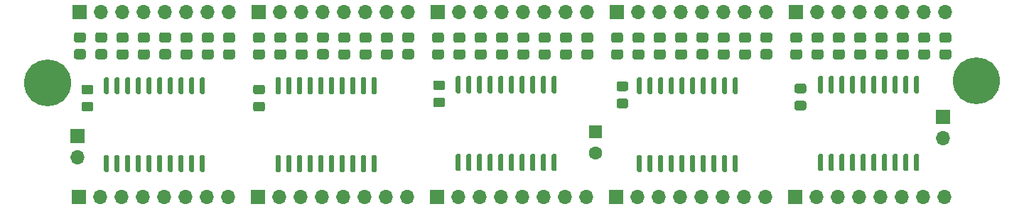
<source format=gts>
G04 #@! TF.GenerationSoftware,KiCad,Pcbnew,(5.1.8)-1*
G04 #@! TF.CreationDate,2021-04-28T16:49:30+01:00*
G04 #@! TF.ProjectId,Altair buffer,416c7461-6972-4206-9275-666665722e6b,rev?*
G04 #@! TF.SameCoordinates,Original*
G04 #@! TF.FileFunction,Soldermask,Top*
G04 #@! TF.FilePolarity,Negative*
%FSLAX46Y46*%
G04 Gerber Fmt 4.6, Leading zero omitted, Abs format (unit mm)*
G04 Created by KiCad (PCBNEW (5.1.8)-1) date 2021-04-28 16:49:30*
%MOMM*%
%LPD*%
G01*
G04 APERTURE LIST*
%ADD10O,1.700000X1.700000*%
%ADD11R,1.700000X1.700000*%
%ADD12C,5.600000*%
%ADD13C,1.600000*%
%ADD14R,1.600000X1.600000*%
G04 APERTURE END LIST*
D10*
X116586000Y-83185000D03*
X114046000Y-83185000D03*
X111506000Y-83185000D03*
X108966000Y-83185000D03*
X106426000Y-83185000D03*
X103886000Y-83185000D03*
X101346000Y-83185000D03*
D11*
X98806000Y-83185000D03*
D10*
X137922000Y-83185000D03*
X135382000Y-83185000D03*
X132842000Y-83185000D03*
X130302000Y-83185000D03*
X127762000Y-83185000D03*
X125222000Y-83185000D03*
X122682000Y-83185000D03*
D11*
X120142000Y-83185000D03*
D10*
X95250000Y-83185000D03*
X92710000Y-83185000D03*
X90170000Y-83185000D03*
X87630000Y-83185000D03*
X85090000Y-83185000D03*
X82550000Y-83185000D03*
X80010000Y-83185000D03*
D11*
X77470000Y-83185000D03*
D10*
X73914000Y-83185000D03*
X71374000Y-83185000D03*
X68834000Y-83185000D03*
X66294000Y-83185000D03*
X63754000Y-83185000D03*
X61214000Y-83185000D03*
X58674000Y-83185000D03*
D11*
X56134000Y-83185000D03*
D10*
X159258000Y-83185000D03*
X156718000Y-83185000D03*
X154178000Y-83185000D03*
X151638000Y-83185000D03*
X149098000Y-83185000D03*
X146558000Y-83185000D03*
X144018000Y-83185000D03*
D11*
X141478000Y-83185000D03*
D12*
X162941000Y-91440000D03*
X52324000Y-91694000D03*
D10*
X55880000Y-100584000D03*
D11*
X55880000Y-98044000D03*
D10*
X159004000Y-98298000D03*
D11*
X159004000Y-95758000D03*
G36*
G01*
X144549000Y-92895000D02*
X144249000Y-92895000D01*
G75*
G02*
X144099000Y-92745000I0J150000D01*
G01*
X144099000Y-90995000D01*
G75*
G02*
X144249000Y-90845000I150000J0D01*
G01*
X144549000Y-90845000D01*
G75*
G02*
X144699000Y-90995000I0J-150000D01*
G01*
X144699000Y-92745000D01*
G75*
G02*
X144549000Y-92895000I-150000J0D01*
G01*
G37*
G36*
G01*
X145819000Y-92895000D02*
X145519000Y-92895000D01*
G75*
G02*
X145369000Y-92745000I0J150000D01*
G01*
X145369000Y-90995000D01*
G75*
G02*
X145519000Y-90845000I150000J0D01*
G01*
X145819000Y-90845000D01*
G75*
G02*
X145969000Y-90995000I0J-150000D01*
G01*
X145969000Y-92745000D01*
G75*
G02*
X145819000Y-92895000I-150000J0D01*
G01*
G37*
G36*
G01*
X147089000Y-92895000D02*
X146789000Y-92895000D01*
G75*
G02*
X146639000Y-92745000I0J150000D01*
G01*
X146639000Y-90995000D01*
G75*
G02*
X146789000Y-90845000I150000J0D01*
G01*
X147089000Y-90845000D01*
G75*
G02*
X147239000Y-90995000I0J-150000D01*
G01*
X147239000Y-92745000D01*
G75*
G02*
X147089000Y-92895000I-150000J0D01*
G01*
G37*
G36*
G01*
X148359000Y-92895000D02*
X148059000Y-92895000D01*
G75*
G02*
X147909000Y-92745000I0J150000D01*
G01*
X147909000Y-90995000D01*
G75*
G02*
X148059000Y-90845000I150000J0D01*
G01*
X148359000Y-90845000D01*
G75*
G02*
X148509000Y-90995000I0J-150000D01*
G01*
X148509000Y-92745000D01*
G75*
G02*
X148359000Y-92895000I-150000J0D01*
G01*
G37*
G36*
G01*
X149629000Y-92895000D02*
X149329000Y-92895000D01*
G75*
G02*
X149179000Y-92745000I0J150000D01*
G01*
X149179000Y-90995000D01*
G75*
G02*
X149329000Y-90845000I150000J0D01*
G01*
X149629000Y-90845000D01*
G75*
G02*
X149779000Y-90995000I0J-150000D01*
G01*
X149779000Y-92745000D01*
G75*
G02*
X149629000Y-92895000I-150000J0D01*
G01*
G37*
G36*
G01*
X150899000Y-92895000D02*
X150599000Y-92895000D01*
G75*
G02*
X150449000Y-92745000I0J150000D01*
G01*
X150449000Y-90995000D01*
G75*
G02*
X150599000Y-90845000I150000J0D01*
G01*
X150899000Y-90845000D01*
G75*
G02*
X151049000Y-90995000I0J-150000D01*
G01*
X151049000Y-92745000D01*
G75*
G02*
X150899000Y-92895000I-150000J0D01*
G01*
G37*
G36*
G01*
X152169000Y-92895000D02*
X151869000Y-92895000D01*
G75*
G02*
X151719000Y-92745000I0J150000D01*
G01*
X151719000Y-90995000D01*
G75*
G02*
X151869000Y-90845000I150000J0D01*
G01*
X152169000Y-90845000D01*
G75*
G02*
X152319000Y-90995000I0J-150000D01*
G01*
X152319000Y-92745000D01*
G75*
G02*
X152169000Y-92895000I-150000J0D01*
G01*
G37*
G36*
G01*
X153439000Y-92895000D02*
X153139000Y-92895000D01*
G75*
G02*
X152989000Y-92745000I0J150000D01*
G01*
X152989000Y-90995000D01*
G75*
G02*
X153139000Y-90845000I150000J0D01*
G01*
X153439000Y-90845000D01*
G75*
G02*
X153589000Y-90995000I0J-150000D01*
G01*
X153589000Y-92745000D01*
G75*
G02*
X153439000Y-92895000I-150000J0D01*
G01*
G37*
G36*
G01*
X154709000Y-92895000D02*
X154409000Y-92895000D01*
G75*
G02*
X154259000Y-92745000I0J150000D01*
G01*
X154259000Y-90995000D01*
G75*
G02*
X154409000Y-90845000I150000J0D01*
G01*
X154709000Y-90845000D01*
G75*
G02*
X154859000Y-90995000I0J-150000D01*
G01*
X154859000Y-92745000D01*
G75*
G02*
X154709000Y-92895000I-150000J0D01*
G01*
G37*
G36*
G01*
X155979000Y-92895000D02*
X155679000Y-92895000D01*
G75*
G02*
X155529000Y-92745000I0J150000D01*
G01*
X155529000Y-90995000D01*
G75*
G02*
X155679000Y-90845000I150000J0D01*
G01*
X155979000Y-90845000D01*
G75*
G02*
X156129000Y-90995000I0J-150000D01*
G01*
X156129000Y-92745000D01*
G75*
G02*
X155979000Y-92895000I-150000J0D01*
G01*
G37*
G36*
G01*
X155979000Y-102195000D02*
X155679000Y-102195000D01*
G75*
G02*
X155529000Y-102045000I0J150000D01*
G01*
X155529000Y-100295000D01*
G75*
G02*
X155679000Y-100145000I150000J0D01*
G01*
X155979000Y-100145000D01*
G75*
G02*
X156129000Y-100295000I0J-150000D01*
G01*
X156129000Y-102045000D01*
G75*
G02*
X155979000Y-102195000I-150000J0D01*
G01*
G37*
G36*
G01*
X154709000Y-102195000D02*
X154409000Y-102195000D01*
G75*
G02*
X154259000Y-102045000I0J150000D01*
G01*
X154259000Y-100295000D01*
G75*
G02*
X154409000Y-100145000I150000J0D01*
G01*
X154709000Y-100145000D01*
G75*
G02*
X154859000Y-100295000I0J-150000D01*
G01*
X154859000Y-102045000D01*
G75*
G02*
X154709000Y-102195000I-150000J0D01*
G01*
G37*
G36*
G01*
X153439000Y-102195000D02*
X153139000Y-102195000D01*
G75*
G02*
X152989000Y-102045000I0J150000D01*
G01*
X152989000Y-100295000D01*
G75*
G02*
X153139000Y-100145000I150000J0D01*
G01*
X153439000Y-100145000D01*
G75*
G02*
X153589000Y-100295000I0J-150000D01*
G01*
X153589000Y-102045000D01*
G75*
G02*
X153439000Y-102195000I-150000J0D01*
G01*
G37*
G36*
G01*
X152169000Y-102195000D02*
X151869000Y-102195000D01*
G75*
G02*
X151719000Y-102045000I0J150000D01*
G01*
X151719000Y-100295000D01*
G75*
G02*
X151869000Y-100145000I150000J0D01*
G01*
X152169000Y-100145000D01*
G75*
G02*
X152319000Y-100295000I0J-150000D01*
G01*
X152319000Y-102045000D01*
G75*
G02*
X152169000Y-102195000I-150000J0D01*
G01*
G37*
G36*
G01*
X150899000Y-102195000D02*
X150599000Y-102195000D01*
G75*
G02*
X150449000Y-102045000I0J150000D01*
G01*
X150449000Y-100295000D01*
G75*
G02*
X150599000Y-100145000I150000J0D01*
G01*
X150899000Y-100145000D01*
G75*
G02*
X151049000Y-100295000I0J-150000D01*
G01*
X151049000Y-102045000D01*
G75*
G02*
X150899000Y-102195000I-150000J0D01*
G01*
G37*
G36*
G01*
X149629000Y-102195000D02*
X149329000Y-102195000D01*
G75*
G02*
X149179000Y-102045000I0J150000D01*
G01*
X149179000Y-100295000D01*
G75*
G02*
X149329000Y-100145000I150000J0D01*
G01*
X149629000Y-100145000D01*
G75*
G02*
X149779000Y-100295000I0J-150000D01*
G01*
X149779000Y-102045000D01*
G75*
G02*
X149629000Y-102195000I-150000J0D01*
G01*
G37*
G36*
G01*
X148359000Y-102195000D02*
X148059000Y-102195000D01*
G75*
G02*
X147909000Y-102045000I0J150000D01*
G01*
X147909000Y-100295000D01*
G75*
G02*
X148059000Y-100145000I150000J0D01*
G01*
X148359000Y-100145000D01*
G75*
G02*
X148509000Y-100295000I0J-150000D01*
G01*
X148509000Y-102045000D01*
G75*
G02*
X148359000Y-102195000I-150000J0D01*
G01*
G37*
G36*
G01*
X147089000Y-102195000D02*
X146789000Y-102195000D01*
G75*
G02*
X146639000Y-102045000I0J150000D01*
G01*
X146639000Y-100295000D01*
G75*
G02*
X146789000Y-100145000I150000J0D01*
G01*
X147089000Y-100145000D01*
G75*
G02*
X147239000Y-100295000I0J-150000D01*
G01*
X147239000Y-102045000D01*
G75*
G02*
X147089000Y-102195000I-150000J0D01*
G01*
G37*
G36*
G01*
X145819000Y-102195000D02*
X145519000Y-102195000D01*
G75*
G02*
X145369000Y-102045000I0J150000D01*
G01*
X145369000Y-100295000D01*
G75*
G02*
X145519000Y-100145000I150000J0D01*
G01*
X145819000Y-100145000D01*
G75*
G02*
X145969000Y-100295000I0J-150000D01*
G01*
X145969000Y-102045000D01*
G75*
G02*
X145819000Y-102195000I-150000J0D01*
G01*
G37*
G36*
G01*
X144549000Y-102195000D02*
X144249000Y-102195000D01*
G75*
G02*
X144099000Y-102045000I0J150000D01*
G01*
X144099000Y-100295000D01*
G75*
G02*
X144249000Y-100145000I150000J0D01*
G01*
X144549000Y-100145000D01*
G75*
G02*
X144699000Y-100295000I0J-150000D01*
G01*
X144699000Y-102045000D01*
G75*
G02*
X144549000Y-102195000I-150000J0D01*
G01*
G37*
G36*
G01*
X122959000Y-93022000D02*
X122659000Y-93022000D01*
G75*
G02*
X122509000Y-92872000I0J150000D01*
G01*
X122509000Y-91122000D01*
G75*
G02*
X122659000Y-90972000I150000J0D01*
G01*
X122959000Y-90972000D01*
G75*
G02*
X123109000Y-91122000I0J-150000D01*
G01*
X123109000Y-92872000D01*
G75*
G02*
X122959000Y-93022000I-150000J0D01*
G01*
G37*
G36*
G01*
X124229000Y-93022000D02*
X123929000Y-93022000D01*
G75*
G02*
X123779000Y-92872000I0J150000D01*
G01*
X123779000Y-91122000D01*
G75*
G02*
X123929000Y-90972000I150000J0D01*
G01*
X124229000Y-90972000D01*
G75*
G02*
X124379000Y-91122000I0J-150000D01*
G01*
X124379000Y-92872000D01*
G75*
G02*
X124229000Y-93022000I-150000J0D01*
G01*
G37*
G36*
G01*
X125499000Y-93022000D02*
X125199000Y-93022000D01*
G75*
G02*
X125049000Y-92872000I0J150000D01*
G01*
X125049000Y-91122000D01*
G75*
G02*
X125199000Y-90972000I150000J0D01*
G01*
X125499000Y-90972000D01*
G75*
G02*
X125649000Y-91122000I0J-150000D01*
G01*
X125649000Y-92872000D01*
G75*
G02*
X125499000Y-93022000I-150000J0D01*
G01*
G37*
G36*
G01*
X126769000Y-93022000D02*
X126469000Y-93022000D01*
G75*
G02*
X126319000Y-92872000I0J150000D01*
G01*
X126319000Y-91122000D01*
G75*
G02*
X126469000Y-90972000I150000J0D01*
G01*
X126769000Y-90972000D01*
G75*
G02*
X126919000Y-91122000I0J-150000D01*
G01*
X126919000Y-92872000D01*
G75*
G02*
X126769000Y-93022000I-150000J0D01*
G01*
G37*
G36*
G01*
X128039000Y-93022000D02*
X127739000Y-93022000D01*
G75*
G02*
X127589000Y-92872000I0J150000D01*
G01*
X127589000Y-91122000D01*
G75*
G02*
X127739000Y-90972000I150000J0D01*
G01*
X128039000Y-90972000D01*
G75*
G02*
X128189000Y-91122000I0J-150000D01*
G01*
X128189000Y-92872000D01*
G75*
G02*
X128039000Y-93022000I-150000J0D01*
G01*
G37*
G36*
G01*
X129309000Y-93022000D02*
X129009000Y-93022000D01*
G75*
G02*
X128859000Y-92872000I0J150000D01*
G01*
X128859000Y-91122000D01*
G75*
G02*
X129009000Y-90972000I150000J0D01*
G01*
X129309000Y-90972000D01*
G75*
G02*
X129459000Y-91122000I0J-150000D01*
G01*
X129459000Y-92872000D01*
G75*
G02*
X129309000Y-93022000I-150000J0D01*
G01*
G37*
G36*
G01*
X130579000Y-93022000D02*
X130279000Y-93022000D01*
G75*
G02*
X130129000Y-92872000I0J150000D01*
G01*
X130129000Y-91122000D01*
G75*
G02*
X130279000Y-90972000I150000J0D01*
G01*
X130579000Y-90972000D01*
G75*
G02*
X130729000Y-91122000I0J-150000D01*
G01*
X130729000Y-92872000D01*
G75*
G02*
X130579000Y-93022000I-150000J0D01*
G01*
G37*
G36*
G01*
X131849000Y-93022000D02*
X131549000Y-93022000D01*
G75*
G02*
X131399000Y-92872000I0J150000D01*
G01*
X131399000Y-91122000D01*
G75*
G02*
X131549000Y-90972000I150000J0D01*
G01*
X131849000Y-90972000D01*
G75*
G02*
X131999000Y-91122000I0J-150000D01*
G01*
X131999000Y-92872000D01*
G75*
G02*
X131849000Y-93022000I-150000J0D01*
G01*
G37*
G36*
G01*
X133119000Y-93022000D02*
X132819000Y-93022000D01*
G75*
G02*
X132669000Y-92872000I0J150000D01*
G01*
X132669000Y-91122000D01*
G75*
G02*
X132819000Y-90972000I150000J0D01*
G01*
X133119000Y-90972000D01*
G75*
G02*
X133269000Y-91122000I0J-150000D01*
G01*
X133269000Y-92872000D01*
G75*
G02*
X133119000Y-93022000I-150000J0D01*
G01*
G37*
G36*
G01*
X134389000Y-93022000D02*
X134089000Y-93022000D01*
G75*
G02*
X133939000Y-92872000I0J150000D01*
G01*
X133939000Y-91122000D01*
G75*
G02*
X134089000Y-90972000I150000J0D01*
G01*
X134389000Y-90972000D01*
G75*
G02*
X134539000Y-91122000I0J-150000D01*
G01*
X134539000Y-92872000D01*
G75*
G02*
X134389000Y-93022000I-150000J0D01*
G01*
G37*
G36*
G01*
X134389000Y-102322000D02*
X134089000Y-102322000D01*
G75*
G02*
X133939000Y-102172000I0J150000D01*
G01*
X133939000Y-100422000D01*
G75*
G02*
X134089000Y-100272000I150000J0D01*
G01*
X134389000Y-100272000D01*
G75*
G02*
X134539000Y-100422000I0J-150000D01*
G01*
X134539000Y-102172000D01*
G75*
G02*
X134389000Y-102322000I-150000J0D01*
G01*
G37*
G36*
G01*
X133119000Y-102322000D02*
X132819000Y-102322000D01*
G75*
G02*
X132669000Y-102172000I0J150000D01*
G01*
X132669000Y-100422000D01*
G75*
G02*
X132819000Y-100272000I150000J0D01*
G01*
X133119000Y-100272000D01*
G75*
G02*
X133269000Y-100422000I0J-150000D01*
G01*
X133269000Y-102172000D01*
G75*
G02*
X133119000Y-102322000I-150000J0D01*
G01*
G37*
G36*
G01*
X131849000Y-102322000D02*
X131549000Y-102322000D01*
G75*
G02*
X131399000Y-102172000I0J150000D01*
G01*
X131399000Y-100422000D01*
G75*
G02*
X131549000Y-100272000I150000J0D01*
G01*
X131849000Y-100272000D01*
G75*
G02*
X131999000Y-100422000I0J-150000D01*
G01*
X131999000Y-102172000D01*
G75*
G02*
X131849000Y-102322000I-150000J0D01*
G01*
G37*
G36*
G01*
X130579000Y-102322000D02*
X130279000Y-102322000D01*
G75*
G02*
X130129000Y-102172000I0J150000D01*
G01*
X130129000Y-100422000D01*
G75*
G02*
X130279000Y-100272000I150000J0D01*
G01*
X130579000Y-100272000D01*
G75*
G02*
X130729000Y-100422000I0J-150000D01*
G01*
X130729000Y-102172000D01*
G75*
G02*
X130579000Y-102322000I-150000J0D01*
G01*
G37*
G36*
G01*
X129309000Y-102322000D02*
X129009000Y-102322000D01*
G75*
G02*
X128859000Y-102172000I0J150000D01*
G01*
X128859000Y-100422000D01*
G75*
G02*
X129009000Y-100272000I150000J0D01*
G01*
X129309000Y-100272000D01*
G75*
G02*
X129459000Y-100422000I0J-150000D01*
G01*
X129459000Y-102172000D01*
G75*
G02*
X129309000Y-102322000I-150000J0D01*
G01*
G37*
G36*
G01*
X128039000Y-102322000D02*
X127739000Y-102322000D01*
G75*
G02*
X127589000Y-102172000I0J150000D01*
G01*
X127589000Y-100422000D01*
G75*
G02*
X127739000Y-100272000I150000J0D01*
G01*
X128039000Y-100272000D01*
G75*
G02*
X128189000Y-100422000I0J-150000D01*
G01*
X128189000Y-102172000D01*
G75*
G02*
X128039000Y-102322000I-150000J0D01*
G01*
G37*
G36*
G01*
X126769000Y-102322000D02*
X126469000Y-102322000D01*
G75*
G02*
X126319000Y-102172000I0J150000D01*
G01*
X126319000Y-100422000D01*
G75*
G02*
X126469000Y-100272000I150000J0D01*
G01*
X126769000Y-100272000D01*
G75*
G02*
X126919000Y-100422000I0J-150000D01*
G01*
X126919000Y-102172000D01*
G75*
G02*
X126769000Y-102322000I-150000J0D01*
G01*
G37*
G36*
G01*
X125499000Y-102322000D02*
X125199000Y-102322000D01*
G75*
G02*
X125049000Y-102172000I0J150000D01*
G01*
X125049000Y-100422000D01*
G75*
G02*
X125199000Y-100272000I150000J0D01*
G01*
X125499000Y-100272000D01*
G75*
G02*
X125649000Y-100422000I0J-150000D01*
G01*
X125649000Y-102172000D01*
G75*
G02*
X125499000Y-102322000I-150000J0D01*
G01*
G37*
G36*
G01*
X124229000Y-102322000D02*
X123929000Y-102322000D01*
G75*
G02*
X123779000Y-102172000I0J150000D01*
G01*
X123779000Y-100422000D01*
G75*
G02*
X123929000Y-100272000I150000J0D01*
G01*
X124229000Y-100272000D01*
G75*
G02*
X124379000Y-100422000I0J-150000D01*
G01*
X124379000Y-102172000D01*
G75*
G02*
X124229000Y-102322000I-150000J0D01*
G01*
G37*
G36*
G01*
X122959000Y-102322000D02*
X122659000Y-102322000D01*
G75*
G02*
X122509000Y-102172000I0J150000D01*
G01*
X122509000Y-100422000D01*
G75*
G02*
X122659000Y-100272000I150000J0D01*
G01*
X122959000Y-100272000D01*
G75*
G02*
X123109000Y-100422000I0J-150000D01*
G01*
X123109000Y-102172000D01*
G75*
G02*
X122959000Y-102322000I-150000J0D01*
G01*
G37*
G36*
G01*
X79906000Y-93022000D02*
X79606000Y-93022000D01*
G75*
G02*
X79456000Y-92872000I0J150000D01*
G01*
X79456000Y-91122000D01*
G75*
G02*
X79606000Y-90972000I150000J0D01*
G01*
X79906000Y-90972000D01*
G75*
G02*
X80056000Y-91122000I0J-150000D01*
G01*
X80056000Y-92872000D01*
G75*
G02*
X79906000Y-93022000I-150000J0D01*
G01*
G37*
G36*
G01*
X81176000Y-93022000D02*
X80876000Y-93022000D01*
G75*
G02*
X80726000Y-92872000I0J150000D01*
G01*
X80726000Y-91122000D01*
G75*
G02*
X80876000Y-90972000I150000J0D01*
G01*
X81176000Y-90972000D01*
G75*
G02*
X81326000Y-91122000I0J-150000D01*
G01*
X81326000Y-92872000D01*
G75*
G02*
X81176000Y-93022000I-150000J0D01*
G01*
G37*
G36*
G01*
X82446000Y-93022000D02*
X82146000Y-93022000D01*
G75*
G02*
X81996000Y-92872000I0J150000D01*
G01*
X81996000Y-91122000D01*
G75*
G02*
X82146000Y-90972000I150000J0D01*
G01*
X82446000Y-90972000D01*
G75*
G02*
X82596000Y-91122000I0J-150000D01*
G01*
X82596000Y-92872000D01*
G75*
G02*
X82446000Y-93022000I-150000J0D01*
G01*
G37*
G36*
G01*
X83716000Y-93022000D02*
X83416000Y-93022000D01*
G75*
G02*
X83266000Y-92872000I0J150000D01*
G01*
X83266000Y-91122000D01*
G75*
G02*
X83416000Y-90972000I150000J0D01*
G01*
X83716000Y-90972000D01*
G75*
G02*
X83866000Y-91122000I0J-150000D01*
G01*
X83866000Y-92872000D01*
G75*
G02*
X83716000Y-93022000I-150000J0D01*
G01*
G37*
G36*
G01*
X84986000Y-93022000D02*
X84686000Y-93022000D01*
G75*
G02*
X84536000Y-92872000I0J150000D01*
G01*
X84536000Y-91122000D01*
G75*
G02*
X84686000Y-90972000I150000J0D01*
G01*
X84986000Y-90972000D01*
G75*
G02*
X85136000Y-91122000I0J-150000D01*
G01*
X85136000Y-92872000D01*
G75*
G02*
X84986000Y-93022000I-150000J0D01*
G01*
G37*
G36*
G01*
X86256000Y-93022000D02*
X85956000Y-93022000D01*
G75*
G02*
X85806000Y-92872000I0J150000D01*
G01*
X85806000Y-91122000D01*
G75*
G02*
X85956000Y-90972000I150000J0D01*
G01*
X86256000Y-90972000D01*
G75*
G02*
X86406000Y-91122000I0J-150000D01*
G01*
X86406000Y-92872000D01*
G75*
G02*
X86256000Y-93022000I-150000J0D01*
G01*
G37*
G36*
G01*
X87526000Y-93022000D02*
X87226000Y-93022000D01*
G75*
G02*
X87076000Y-92872000I0J150000D01*
G01*
X87076000Y-91122000D01*
G75*
G02*
X87226000Y-90972000I150000J0D01*
G01*
X87526000Y-90972000D01*
G75*
G02*
X87676000Y-91122000I0J-150000D01*
G01*
X87676000Y-92872000D01*
G75*
G02*
X87526000Y-93022000I-150000J0D01*
G01*
G37*
G36*
G01*
X88796000Y-93022000D02*
X88496000Y-93022000D01*
G75*
G02*
X88346000Y-92872000I0J150000D01*
G01*
X88346000Y-91122000D01*
G75*
G02*
X88496000Y-90972000I150000J0D01*
G01*
X88796000Y-90972000D01*
G75*
G02*
X88946000Y-91122000I0J-150000D01*
G01*
X88946000Y-92872000D01*
G75*
G02*
X88796000Y-93022000I-150000J0D01*
G01*
G37*
G36*
G01*
X90066000Y-93022000D02*
X89766000Y-93022000D01*
G75*
G02*
X89616000Y-92872000I0J150000D01*
G01*
X89616000Y-91122000D01*
G75*
G02*
X89766000Y-90972000I150000J0D01*
G01*
X90066000Y-90972000D01*
G75*
G02*
X90216000Y-91122000I0J-150000D01*
G01*
X90216000Y-92872000D01*
G75*
G02*
X90066000Y-93022000I-150000J0D01*
G01*
G37*
G36*
G01*
X91336000Y-93022000D02*
X91036000Y-93022000D01*
G75*
G02*
X90886000Y-92872000I0J150000D01*
G01*
X90886000Y-91122000D01*
G75*
G02*
X91036000Y-90972000I150000J0D01*
G01*
X91336000Y-90972000D01*
G75*
G02*
X91486000Y-91122000I0J-150000D01*
G01*
X91486000Y-92872000D01*
G75*
G02*
X91336000Y-93022000I-150000J0D01*
G01*
G37*
G36*
G01*
X91336000Y-102322000D02*
X91036000Y-102322000D01*
G75*
G02*
X90886000Y-102172000I0J150000D01*
G01*
X90886000Y-100422000D01*
G75*
G02*
X91036000Y-100272000I150000J0D01*
G01*
X91336000Y-100272000D01*
G75*
G02*
X91486000Y-100422000I0J-150000D01*
G01*
X91486000Y-102172000D01*
G75*
G02*
X91336000Y-102322000I-150000J0D01*
G01*
G37*
G36*
G01*
X90066000Y-102322000D02*
X89766000Y-102322000D01*
G75*
G02*
X89616000Y-102172000I0J150000D01*
G01*
X89616000Y-100422000D01*
G75*
G02*
X89766000Y-100272000I150000J0D01*
G01*
X90066000Y-100272000D01*
G75*
G02*
X90216000Y-100422000I0J-150000D01*
G01*
X90216000Y-102172000D01*
G75*
G02*
X90066000Y-102322000I-150000J0D01*
G01*
G37*
G36*
G01*
X88796000Y-102322000D02*
X88496000Y-102322000D01*
G75*
G02*
X88346000Y-102172000I0J150000D01*
G01*
X88346000Y-100422000D01*
G75*
G02*
X88496000Y-100272000I150000J0D01*
G01*
X88796000Y-100272000D01*
G75*
G02*
X88946000Y-100422000I0J-150000D01*
G01*
X88946000Y-102172000D01*
G75*
G02*
X88796000Y-102322000I-150000J0D01*
G01*
G37*
G36*
G01*
X87526000Y-102322000D02*
X87226000Y-102322000D01*
G75*
G02*
X87076000Y-102172000I0J150000D01*
G01*
X87076000Y-100422000D01*
G75*
G02*
X87226000Y-100272000I150000J0D01*
G01*
X87526000Y-100272000D01*
G75*
G02*
X87676000Y-100422000I0J-150000D01*
G01*
X87676000Y-102172000D01*
G75*
G02*
X87526000Y-102322000I-150000J0D01*
G01*
G37*
G36*
G01*
X86256000Y-102322000D02*
X85956000Y-102322000D01*
G75*
G02*
X85806000Y-102172000I0J150000D01*
G01*
X85806000Y-100422000D01*
G75*
G02*
X85956000Y-100272000I150000J0D01*
G01*
X86256000Y-100272000D01*
G75*
G02*
X86406000Y-100422000I0J-150000D01*
G01*
X86406000Y-102172000D01*
G75*
G02*
X86256000Y-102322000I-150000J0D01*
G01*
G37*
G36*
G01*
X84986000Y-102322000D02*
X84686000Y-102322000D01*
G75*
G02*
X84536000Y-102172000I0J150000D01*
G01*
X84536000Y-100422000D01*
G75*
G02*
X84686000Y-100272000I150000J0D01*
G01*
X84986000Y-100272000D01*
G75*
G02*
X85136000Y-100422000I0J-150000D01*
G01*
X85136000Y-102172000D01*
G75*
G02*
X84986000Y-102322000I-150000J0D01*
G01*
G37*
G36*
G01*
X83716000Y-102322000D02*
X83416000Y-102322000D01*
G75*
G02*
X83266000Y-102172000I0J150000D01*
G01*
X83266000Y-100422000D01*
G75*
G02*
X83416000Y-100272000I150000J0D01*
G01*
X83716000Y-100272000D01*
G75*
G02*
X83866000Y-100422000I0J-150000D01*
G01*
X83866000Y-102172000D01*
G75*
G02*
X83716000Y-102322000I-150000J0D01*
G01*
G37*
G36*
G01*
X82446000Y-102322000D02*
X82146000Y-102322000D01*
G75*
G02*
X81996000Y-102172000I0J150000D01*
G01*
X81996000Y-100422000D01*
G75*
G02*
X82146000Y-100272000I150000J0D01*
G01*
X82446000Y-100272000D01*
G75*
G02*
X82596000Y-100422000I0J-150000D01*
G01*
X82596000Y-102172000D01*
G75*
G02*
X82446000Y-102322000I-150000J0D01*
G01*
G37*
G36*
G01*
X81176000Y-102322000D02*
X80876000Y-102322000D01*
G75*
G02*
X80726000Y-102172000I0J150000D01*
G01*
X80726000Y-100422000D01*
G75*
G02*
X80876000Y-100272000I150000J0D01*
G01*
X81176000Y-100272000D01*
G75*
G02*
X81326000Y-100422000I0J-150000D01*
G01*
X81326000Y-102172000D01*
G75*
G02*
X81176000Y-102322000I-150000J0D01*
G01*
G37*
G36*
G01*
X79906000Y-102322000D02*
X79606000Y-102322000D01*
G75*
G02*
X79456000Y-102172000I0J150000D01*
G01*
X79456000Y-100422000D01*
G75*
G02*
X79606000Y-100272000I150000J0D01*
G01*
X79906000Y-100272000D01*
G75*
G02*
X80056000Y-100422000I0J-150000D01*
G01*
X80056000Y-102172000D01*
G75*
G02*
X79906000Y-102322000I-150000J0D01*
G01*
G37*
G36*
G01*
X101369000Y-92895000D02*
X101069000Y-92895000D01*
G75*
G02*
X100919000Y-92745000I0J150000D01*
G01*
X100919000Y-90995000D01*
G75*
G02*
X101069000Y-90845000I150000J0D01*
G01*
X101369000Y-90845000D01*
G75*
G02*
X101519000Y-90995000I0J-150000D01*
G01*
X101519000Y-92745000D01*
G75*
G02*
X101369000Y-92895000I-150000J0D01*
G01*
G37*
G36*
G01*
X102639000Y-92895000D02*
X102339000Y-92895000D01*
G75*
G02*
X102189000Y-92745000I0J150000D01*
G01*
X102189000Y-90995000D01*
G75*
G02*
X102339000Y-90845000I150000J0D01*
G01*
X102639000Y-90845000D01*
G75*
G02*
X102789000Y-90995000I0J-150000D01*
G01*
X102789000Y-92745000D01*
G75*
G02*
X102639000Y-92895000I-150000J0D01*
G01*
G37*
G36*
G01*
X103909000Y-92895000D02*
X103609000Y-92895000D01*
G75*
G02*
X103459000Y-92745000I0J150000D01*
G01*
X103459000Y-90995000D01*
G75*
G02*
X103609000Y-90845000I150000J0D01*
G01*
X103909000Y-90845000D01*
G75*
G02*
X104059000Y-90995000I0J-150000D01*
G01*
X104059000Y-92745000D01*
G75*
G02*
X103909000Y-92895000I-150000J0D01*
G01*
G37*
G36*
G01*
X105179000Y-92895000D02*
X104879000Y-92895000D01*
G75*
G02*
X104729000Y-92745000I0J150000D01*
G01*
X104729000Y-90995000D01*
G75*
G02*
X104879000Y-90845000I150000J0D01*
G01*
X105179000Y-90845000D01*
G75*
G02*
X105329000Y-90995000I0J-150000D01*
G01*
X105329000Y-92745000D01*
G75*
G02*
X105179000Y-92895000I-150000J0D01*
G01*
G37*
G36*
G01*
X106449000Y-92895000D02*
X106149000Y-92895000D01*
G75*
G02*
X105999000Y-92745000I0J150000D01*
G01*
X105999000Y-90995000D01*
G75*
G02*
X106149000Y-90845000I150000J0D01*
G01*
X106449000Y-90845000D01*
G75*
G02*
X106599000Y-90995000I0J-150000D01*
G01*
X106599000Y-92745000D01*
G75*
G02*
X106449000Y-92895000I-150000J0D01*
G01*
G37*
G36*
G01*
X107719000Y-92895000D02*
X107419000Y-92895000D01*
G75*
G02*
X107269000Y-92745000I0J150000D01*
G01*
X107269000Y-90995000D01*
G75*
G02*
X107419000Y-90845000I150000J0D01*
G01*
X107719000Y-90845000D01*
G75*
G02*
X107869000Y-90995000I0J-150000D01*
G01*
X107869000Y-92745000D01*
G75*
G02*
X107719000Y-92895000I-150000J0D01*
G01*
G37*
G36*
G01*
X108989000Y-92895000D02*
X108689000Y-92895000D01*
G75*
G02*
X108539000Y-92745000I0J150000D01*
G01*
X108539000Y-90995000D01*
G75*
G02*
X108689000Y-90845000I150000J0D01*
G01*
X108989000Y-90845000D01*
G75*
G02*
X109139000Y-90995000I0J-150000D01*
G01*
X109139000Y-92745000D01*
G75*
G02*
X108989000Y-92895000I-150000J0D01*
G01*
G37*
G36*
G01*
X110259000Y-92895000D02*
X109959000Y-92895000D01*
G75*
G02*
X109809000Y-92745000I0J150000D01*
G01*
X109809000Y-90995000D01*
G75*
G02*
X109959000Y-90845000I150000J0D01*
G01*
X110259000Y-90845000D01*
G75*
G02*
X110409000Y-90995000I0J-150000D01*
G01*
X110409000Y-92745000D01*
G75*
G02*
X110259000Y-92895000I-150000J0D01*
G01*
G37*
G36*
G01*
X111529000Y-92895000D02*
X111229000Y-92895000D01*
G75*
G02*
X111079000Y-92745000I0J150000D01*
G01*
X111079000Y-90995000D01*
G75*
G02*
X111229000Y-90845000I150000J0D01*
G01*
X111529000Y-90845000D01*
G75*
G02*
X111679000Y-90995000I0J-150000D01*
G01*
X111679000Y-92745000D01*
G75*
G02*
X111529000Y-92895000I-150000J0D01*
G01*
G37*
G36*
G01*
X112799000Y-92895000D02*
X112499000Y-92895000D01*
G75*
G02*
X112349000Y-92745000I0J150000D01*
G01*
X112349000Y-90995000D01*
G75*
G02*
X112499000Y-90845000I150000J0D01*
G01*
X112799000Y-90845000D01*
G75*
G02*
X112949000Y-90995000I0J-150000D01*
G01*
X112949000Y-92745000D01*
G75*
G02*
X112799000Y-92895000I-150000J0D01*
G01*
G37*
G36*
G01*
X112799000Y-102195000D02*
X112499000Y-102195000D01*
G75*
G02*
X112349000Y-102045000I0J150000D01*
G01*
X112349000Y-100295000D01*
G75*
G02*
X112499000Y-100145000I150000J0D01*
G01*
X112799000Y-100145000D01*
G75*
G02*
X112949000Y-100295000I0J-150000D01*
G01*
X112949000Y-102045000D01*
G75*
G02*
X112799000Y-102195000I-150000J0D01*
G01*
G37*
G36*
G01*
X111529000Y-102195000D02*
X111229000Y-102195000D01*
G75*
G02*
X111079000Y-102045000I0J150000D01*
G01*
X111079000Y-100295000D01*
G75*
G02*
X111229000Y-100145000I150000J0D01*
G01*
X111529000Y-100145000D01*
G75*
G02*
X111679000Y-100295000I0J-150000D01*
G01*
X111679000Y-102045000D01*
G75*
G02*
X111529000Y-102195000I-150000J0D01*
G01*
G37*
G36*
G01*
X110259000Y-102195000D02*
X109959000Y-102195000D01*
G75*
G02*
X109809000Y-102045000I0J150000D01*
G01*
X109809000Y-100295000D01*
G75*
G02*
X109959000Y-100145000I150000J0D01*
G01*
X110259000Y-100145000D01*
G75*
G02*
X110409000Y-100295000I0J-150000D01*
G01*
X110409000Y-102045000D01*
G75*
G02*
X110259000Y-102195000I-150000J0D01*
G01*
G37*
G36*
G01*
X108989000Y-102195000D02*
X108689000Y-102195000D01*
G75*
G02*
X108539000Y-102045000I0J150000D01*
G01*
X108539000Y-100295000D01*
G75*
G02*
X108689000Y-100145000I150000J0D01*
G01*
X108989000Y-100145000D01*
G75*
G02*
X109139000Y-100295000I0J-150000D01*
G01*
X109139000Y-102045000D01*
G75*
G02*
X108989000Y-102195000I-150000J0D01*
G01*
G37*
G36*
G01*
X107719000Y-102195000D02*
X107419000Y-102195000D01*
G75*
G02*
X107269000Y-102045000I0J150000D01*
G01*
X107269000Y-100295000D01*
G75*
G02*
X107419000Y-100145000I150000J0D01*
G01*
X107719000Y-100145000D01*
G75*
G02*
X107869000Y-100295000I0J-150000D01*
G01*
X107869000Y-102045000D01*
G75*
G02*
X107719000Y-102195000I-150000J0D01*
G01*
G37*
G36*
G01*
X106449000Y-102195000D02*
X106149000Y-102195000D01*
G75*
G02*
X105999000Y-102045000I0J150000D01*
G01*
X105999000Y-100295000D01*
G75*
G02*
X106149000Y-100145000I150000J0D01*
G01*
X106449000Y-100145000D01*
G75*
G02*
X106599000Y-100295000I0J-150000D01*
G01*
X106599000Y-102045000D01*
G75*
G02*
X106449000Y-102195000I-150000J0D01*
G01*
G37*
G36*
G01*
X105179000Y-102195000D02*
X104879000Y-102195000D01*
G75*
G02*
X104729000Y-102045000I0J150000D01*
G01*
X104729000Y-100295000D01*
G75*
G02*
X104879000Y-100145000I150000J0D01*
G01*
X105179000Y-100145000D01*
G75*
G02*
X105329000Y-100295000I0J-150000D01*
G01*
X105329000Y-102045000D01*
G75*
G02*
X105179000Y-102195000I-150000J0D01*
G01*
G37*
G36*
G01*
X103909000Y-102195000D02*
X103609000Y-102195000D01*
G75*
G02*
X103459000Y-102045000I0J150000D01*
G01*
X103459000Y-100295000D01*
G75*
G02*
X103609000Y-100145000I150000J0D01*
G01*
X103909000Y-100145000D01*
G75*
G02*
X104059000Y-100295000I0J-150000D01*
G01*
X104059000Y-102045000D01*
G75*
G02*
X103909000Y-102195000I-150000J0D01*
G01*
G37*
G36*
G01*
X102639000Y-102195000D02*
X102339000Y-102195000D01*
G75*
G02*
X102189000Y-102045000I0J150000D01*
G01*
X102189000Y-100295000D01*
G75*
G02*
X102339000Y-100145000I150000J0D01*
G01*
X102639000Y-100145000D01*
G75*
G02*
X102789000Y-100295000I0J-150000D01*
G01*
X102789000Y-102045000D01*
G75*
G02*
X102639000Y-102195000I-150000J0D01*
G01*
G37*
G36*
G01*
X101369000Y-102195000D02*
X101069000Y-102195000D01*
G75*
G02*
X100919000Y-102045000I0J150000D01*
G01*
X100919000Y-100295000D01*
G75*
G02*
X101069000Y-100145000I150000J0D01*
G01*
X101369000Y-100145000D01*
G75*
G02*
X101519000Y-100295000I0J-150000D01*
G01*
X101519000Y-102045000D01*
G75*
G02*
X101369000Y-102195000I-150000J0D01*
G01*
G37*
G36*
G01*
X59459000Y-93022000D02*
X59159000Y-93022000D01*
G75*
G02*
X59009000Y-92872000I0J150000D01*
G01*
X59009000Y-91122000D01*
G75*
G02*
X59159000Y-90972000I150000J0D01*
G01*
X59459000Y-90972000D01*
G75*
G02*
X59609000Y-91122000I0J-150000D01*
G01*
X59609000Y-92872000D01*
G75*
G02*
X59459000Y-93022000I-150000J0D01*
G01*
G37*
G36*
G01*
X60729000Y-93022000D02*
X60429000Y-93022000D01*
G75*
G02*
X60279000Y-92872000I0J150000D01*
G01*
X60279000Y-91122000D01*
G75*
G02*
X60429000Y-90972000I150000J0D01*
G01*
X60729000Y-90972000D01*
G75*
G02*
X60879000Y-91122000I0J-150000D01*
G01*
X60879000Y-92872000D01*
G75*
G02*
X60729000Y-93022000I-150000J0D01*
G01*
G37*
G36*
G01*
X61999000Y-93022000D02*
X61699000Y-93022000D01*
G75*
G02*
X61549000Y-92872000I0J150000D01*
G01*
X61549000Y-91122000D01*
G75*
G02*
X61699000Y-90972000I150000J0D01*
G01*
X61999000Y-90972000D01*
G75*
G02*
X62149000Y-91122000I0J-150000D01*
G01*
X62149000Y-92872000D01*
G75*
G02*
X61999000Y-93022000I-150000J0D01*
G01*
G37*
G36*
G01*
X63269000Y-93022000D02*
X62969000Y-93022000D01*
G75*
G02*
X62819000Y-92872000I0J150000D01*
G01*
X62819000Y-91122000D01*
G75*
G02*
X62969000Y-90972000I150000J0D01*
G01*
X63269000Y-90972000D01*
G75*
G02*
X63419000Y-91122000I0J-150000D01*
G01*
X63419000Y-92872000D01*
G75*
G02*
X63269000Y-93022000I-150000J0D01*
G01*
G37*
G36*
G01*
X64539000Y-93022000D02*
X64239000Y-93022000D01*
G75*
G02*
X64089000Y-92872000I0J150000D01*
G01*
X64089000Y-91122000D01*
G75*
G02*
X64239000Y-90972000I150000J0D01*
G01*
X64539000Y-90972000D01*
G75*
G02*
X64689000Y-91122000I0J-150000D01*
G01*
X64689000Y-92872000D01*
G75*
G02*
X64539000Y-93022000I-150000J0D01*
G01*
G37*
G36*
G01*
X65809000Y-93022000D02*
X65509000Y-93022000D01*
G75*
G02*
X65359000Y-92872000I0J150000D01*
G01*
X65359000Y-91122000D01*
G75*
G02*
X65509000Y-90972000I150000J0D01*
G01*
X65809000Y-90972000D01*
G75*
G02*
X65959000Y-91122000I0J-150000D01*
G01*
X65959000Y-92872000D01*
G75*
G02*
X65809000Y-93022000I-150000J0D01*
G01*
G37*
G36*
G01*
X67079000Y-93022000D02*
X66779000Y-93022000D01*
G75*
G02*
X66629000Y-92872000I0J150000D01*
G01*
X66629000Y-91122000D01*
G75*
G02*
X66779000Y-90972000I150000J0D01*
G01*
X67079000Y-90972000D01*
G75*
G02*
X67229000Y-91122000I0J-150000D01*
G01*
X67229000Y-92872000D01*
G75*
G02*
X67079000Y-93022000I-150000J0D01*
G01*
G37*
G36*
G01*
X68349000Y-93022000D02*
X68049000Y-93022000D01*
G75*
G02*
X67899000Y-92872000I0J150000D01*
G01*
X67899000Y-91122000D01*
G75*
G02*
X68049000Y-90972000I150000J0D01*
G01*
X68349000Y-90972000D01*
G75*
G02*
X68499000Y-91122000I0J-150000D01*
G01*
X68499000Y-92872000D01*
G75*
G02*
X68349000Y-93022000I-150000J0D01*
G01*
G37*
G36*
G01*
X69619000Y-93022000D02*
X69319000Y-93022000D01*
G75*
G02*
X69169000Y-92872000I0J150000D01*
G01*
X69169000Y-91122000D01*
G75*
G02*
X69319000Y-90972000I150000J0D01*
G01*
X69619000Y-90972000D01*
G75*
G02*
X69769000Y-91122000I0J-150000D01*
G01*
X69769000Y-92872000D01*
G75*
G02*
X69619000Y-93022000I-150000J0D01*
G01*
G37*
G36*
G01*
X70889000Y-93022000D02*
X70589000Y-93022000D01*
G75*
G02*
X70439000Y-92872000I0J150000D01*
G01*
X70439000Y-91122000D01*
G75*
G02*
X70589000Y-90972000I150000J0D01*
G01*
X70889000Y-90972000D01*
G75*
G02*
X71039000Y-91122000I0J-150000D01*
G01*
X71039000Y-92872000D01*
G75*
G02*
X70889000Y-93022000I-150000J0D01*
G01*
G37*
G36*
G01*
X70889000Y-102322000D02*
X70589000Y-102322000D01*
G75*
G02*
X70439000Y-102172000I0J150000D01*
G01*
X70439000Y-100422000D01*
G75*
G02*
X70589000Y-100272000I150000J0D01*
G01*
X70889000Y-100272000D01*
G75*
G02*
X71039000Y-100422000I0J-150000D01*
G01*
X71039000Y-102172000D01*
G75*
G02*
X70889000Y-102322000I-150000J0D01*
G01*
G37*
G36*
G01*
X69619000Y-102322000D02*
X69319000Y-102322000D01*
G75*
G02*
X69169000Y-102172000I0J150000D01*
G01*
X69169000Y-100422000D01*
G75*
G02*
X69319000Y-100272000I150000J0D01*
G01*
X69619000Y-100272000D01*
G75*
G02*
X69769000Y-100422000I0J-150000D01*
G01*
X69769000Y-102172000D01*
G75*
G02*
X69619000Y-102322000I-150000J0D01*
G01*
G37*
G36*
G01*
X68349000Y-102322000D02*
X68049000Y-102322000D01*
G75*
G02*
X67899000Y-102172000I0J150000D01*
G01*
X67899000Y-100422000D01*
G75*
G02*
X68049000Y-100272000I150000J0D01*
G01*
X68349000Y-100272000D01*
G75*
G02*
X68499000Y-100422000I0J-150000D01*
G01*
X68499000Y-102172000D01*
G75*
G02*
X68349000Y-102322000I-150000J0D01*
G01*
G37*
G36*
G01*
X67079000Y-102322000D02*
X66779000Y-102322000D01*
G75*
G02*
X66629000Y-102172000I0J150000D01*
G01*
X66629000Y-100422000D01*
G75*
G02*
X66779000Y-100272000I150000J0D01*
G01*
X67079000Y-100272000D01*
G75*
G02*
X67229000Y-100422000I0J-150000D01*
G01*
X67229000Y-102172000D01*
G75*
G02*
X67079000Y-102322000I-150000J0D01*
G01*
G37*
G36*
G01*
X65809000Y-102322000D02*
X65509000Y-102322000D01*
G75*
G02*
X65359000Y-102172000I0J150000D01*
G01*
X65359000Y-100422000D01*
G75*
G02*
X65509000Y-100272000I150000J0D01*
G01*
X65809000Y-100272000D01*
G75*
G02*
X65959000Y-100422000I0J-150000D01*
G01*
X65959000Y-102172000D01*
G75*
G02*
X65809000Y-102322000I-150000J0D01*
G01*
G37*
G36*
G01*
X64539000Y-102322000D02*
X64239000Y-102322000D01*
G75*
G02*
X64089000Y-102172000I0J150000D01*
G01*
X64089000Y-100422000D01*
G75*
G02*
X64239000Y-100272000I150000J0D01*
G01*
X64539000Y-100272000D01*
G75*
G02*
X64689000Y-100422000I0J-150000D01*
G01*
X64689000Y-102172000D01*
G75*
G02*
X64539000Y-102322000I-150000J0D01*
G01*
G37*
G36*
G01*
X63269000Y-102322000D02*
X62969000Y-102322000D01*
G75*
G02*
X62819000Y-102172000I0J150000D01*
G01*
X62819000Y-100422000D01*
G75*
G02*
X62969000Y-100272000I150000J0D01*
G01*
X63269000Y-100272000D01*
G75*
G02*
X63419000Y-100422000I0J-150000D01*
G01*
X63419000Y-102172000D01*
G75*
G02*
X63269000Y-102322000I-150000J0D01*
G01*
G37*
G36*
G01*
X61999000Y-102322000D02*
X61699000Y-102322000D01*
G75*
G02*
X61549000Y-102172000I0J150000D01*
G01*
X61549000Y-100422000D01*
G75*
G02*
X61699000Y-100272000I150000J0D01*
G01*
X61999000Y-100272000D01*
G75*
G02*
X62149000Y-100422000I0J-150000D01*
G01*
X62149000Y-102172000D01*
G75*
G02*
X61999000Y-102322000I-150000J0D01*
G01*
G37*
G36*
G01*
X60729000Y-102322000D02*
X60429000Y-102322000D01*
G75*
G02*
X60279000Y-102172000I0J150000D01*
G01*
X60279000Y-100422000D01*
G75*
G02*
X60429000Y-100272000I150000J0D01*
G01*
X60729000Y-100272000D01*
G75*
G02*
X60879000Y-100422000I0J-150000D01*
G01*
X60879000Y-102172000D01*
G75*
G02*
X60729000Y-102322000I-150000J0D01*
G01*
G37*
G36*
G01*
X59459000Y-102322000D02*
X59159000Y-102322000D01*
G75*
G02*
X59009000Y-102172000I0J150000D01*
G01*
X59009000Y-100422000D01*
G75*
G02*
X59159000Y-100272000I150000J0D01*
G01*
X59459000Y-100272000D01*
G75*
G02*
X59609000Y-100422000I0J-150000D01*
G01*
X59609000Y-102172000D01*
G75*
G02*
X59459000Y-102322000I-150000J0D01*
G01*
G37*
G36*
G01*
X158807999Y-87649000D02*
X159708001Y-87649000D01*
G75*
G02*
X159958000Y-87898999I0J-249999D01*
G01*
X159958000Y-88599001D01*
G75*
G02*
X159708001Y-88849000I-249999J0D01*
G01*
X158807999Y-88849000D01*
G75*
G02*
X158558000Y-88599001I0J249999D01*
G01*
X158558000Y-87898999D01*
G75*
G02*
X158807999Y-87649000I249999J0D01*
G01*
G37*
G36*
G01*
X158807999Y-85649000D02*
X159708001Y-85649000D01*
G75*
G02*
X159958000Y-85898999I0J-249999D01*
G01*
X159958000Y-86599001D01*
G75*
G02*
X159708001Y-86849000I-249999J0D01*
G01*
X158807999Y-86849000D01*
G75*
G02*
X158558000Y-86599001I0J249999D01*
G01*
X158558000Y-85898999D01*
G75*
G02*
X158807999Y-85649000I249999J0D01*
G01*
G37*
G36*
G01*
X156267999Y-87649000D02*
X157168001Y-87649000D01*
G75*
G02*
X157418000Y-87898999I0J-249999D01*
G01*
X157418000Y-88599001D01*
G75*
G02*
X157168001Y-88849000I-249999J0D01*
G01*
X156267999Y-88849000D01*
G75*
G02*
X156018000Y-88599001I0J249999D01*
G01*
X156018000Y-87898999D01*
G75*
G02*
X156267999Y-87649000I249999J0D01*
G01*
G37*
G36*
G01*
X156267999Y-85649000D02*
X157168001Y-85649000D01*
G75*
G02*
X157418000Y-85898999I0J-249999D01*
G01*
X157418000Y-86599001D01*
G75*
G02*
X157168001Y-86849000I-249999J0D01*
G01*
X156267999Y-86849000D01*
G75*
G02*
X156018000Y-86599001I0J249999D01*
G01*
X156018000Y-85898999D01*
G75*
G02*
X156267999Y-85649000I249999J0D01*
G01*
G37*
G36*
G01*
X153727999Y-87649000D02*
X154628001Y-87649000D01*
G75*
G02*
X154878000Y-87898999I0J-249999D01*
G01*
X154878000Y-88599001D01*
G75*
G02*
X154628001Y-88849000I-249999J0D01*
G01*
X153727999Y-88849000D01*
G75*
G02*
X153478000Y-88599001I0J249999D01*
G01*
X153478000Y-87898999D01*
G75*
G02*
X153727999Y-87649000I249999J0D01*
G01*
G37*
G36*
G01*
X153727999Y-85649000D02*
X154628001Y-85649000D01*
G75*
G02*
X154878000Y-85898999I0J-249999D01*
G01*
X154878000Y-86599001D01*
G75*
G02*
X154628001Y-86849000I-249999J0D01*
G01*
X153727999Y-86849000D01*
G75*
G02*
X153478000Y-86599001I0J249999D01*
G01*
X153478000Y-85898999D01*
G75*
G02*
X153727999Y-85649000I249999J0D01*
G01*
G37*
G36*
G01*
X151187999Y-87649000D02*
X152088001Y-87649000D01*
G75*
G02*
X152338000Y-87898999I0J-249999D01*
G01*
X152338000Y-88599001D01*
G75*
G02*
X152088001Y-88849000I-249999J0D01*
G01*
X151187999Y-88849000D01*
G75*
G02*
X150938000Y-88599001I0J249999D01*
G01*
X150938000Y-87898999D01*
G75*
G02*
X151187999Y-87649000I249999J0D01*
G01*
G37*
G36*
G01*
X151187999Y-85649000D02*
X152088001Y-85649000D01*
G75*
G02*
X152338000Y-85898999I0J-249999D01*
G01*
X152338000Y-86599001D01*
G75*
G02*
X152088001Y-86849000I-249999J0D01*
G01*
X151187999Y-86849000D01*
G75*
G02*
X150938000Y-86599001I0J249999D01*
G01*
X150938000Y-85898999D01*
G75*
G02*
X151187999Y-85649000I249999J0D01*
G01*
G37*
G36*
G01*
X148647999Y-87649000D02*
X149548001Y-87649000D01*
G75*
G02*
X149798000Y-87898999I0J-249999D01*
G01*
X149798000Y-88599001D01*
G75*
G02*
X149548001Y-88849000I-249999J0D01*
G01*
X148647999Y-88849000D01*
G75*
G02*
X148398000Y-88599001I0J249999D01*
G01*
X148398000Y-87898999D01*
G75*
G02*
X148647999Y-87649000I249999J0D01*
G01*
G37*
G36*
G01*
X148647999Y-85649000D02*
X149548001Y-85649000D01*
G75*
G02*
X149798000Y-85898999I0J-249999D01*
G01*
X149798000Y-86599001D01*
G75*
G02*
X149548001Y-86849000I-249999J0D01*
G01*
X148647999Y-86849000D01*
G75*
G02*
X148398000Y-86599001I0J249999D01*
G01*
X148398000Y-85898999D01*
G75*
G02*
X148647999Y-85649000I249999J0D01*
G01*
G37*
G36*
G01*
X146107999Y-87649000D02*
X147008001Y-87649000D01*
G75*
G02*
X147258000Y-87898999I0J-249999D01*
G01*
X147258000Y-88599001D01*
G75*
G02*
X147008001Y-88849000I-249999J0D01*
G01*
X146107999Y-88849000D01*
G75*
G02*
X145858000Y-88599001I0J249999D01*
G01*
X145858000Y-87898999D01*
G75*
G02*
X146107999Y-87649000I249999J0D01*
G01*
G37*
G36*
G01*
X146107999Y-85649000D02*
X147008001Y-85649000D01*
G75*
G02*
X147258000Y-85898999I0J-249999D01*
G01*
X147258000Y-86599001D01*
G75*
G02*
X147008001Y-86849000I-249999J0D01*
G01*
X146107999Y-86849000D01*
G75*
G02*
X145858000Y-86599001I0J249999D01*
G01*
X145858000Y-85898999D01*
G75*
G02*
X146107999Y-85649000I249999J0D01*
G01*
G37*
G36*
G01*
X143567999Y-87649000D02*
X144468001Y-87649000D01*
G75*
G02*
X144718000Y-87898999I0J-249999D01*
G01*
X144718000Y-88599001D01*
G75*
G02*
X144468001Y-88849000I-249999J0D01*
G01*
X143567999Y-88849000D01*
G75*
G02*
X143318000Y-88599001I0J249999D01*
G01*
X143318000Y-87898999D01*
G75*
G02*
X143567999Y-87649000I249999J0D01*
G01*
G37*
G36*
G01*
X143567999Y-85649000D02*
X144468001Y-85649000D01*
G75*
G02*
X144718000Y-85898999I0J-249999D01*
G01*
X144718000Y-86599001D01*
G75*
G02*
X144468001Y-86849000I-249999J0D01*
G01*
X143567999Y-86849000D01*
G75*
G02*
X143318000Y-86599001I0J249999D01*
G01*
X143318000Y-85898999D01*
G75*
G02*
X143567999Y-85649000I249999J0D01*
G01*
G37*
G36*
G01*
X141027999Y-87649000D02*
X141928001Y-87649000D01*
G75*
G02*
X142178000Y-87898999I0J-249999D01*
G01*
X142178000Y-88599001D01*
G75*
G02*
X141928001Y-88849000I-249999J0D01*
G01*
X141027999Y-88849000D01*
G75*
G02*
X140778000Y-88599001I0J249999D01*
G01*
X140778000Y-87898999D01*
G75*
G02*
X141027999Y-87649000I249999J0D01*
G01*
G37*
G36*
G01*
X141027999Y-85649000D02*
X141928001Y-85649000D01*
G75*
G02*
X142178000Y-85898999I0J-249999D01*
G01*
X142178000Y-86599001D01*
G75*
G02*
X141928001Y-86849000I-249999J0D01*
G01*
X141027999Y-86849000D01*
G75*
G02*
X140778000Y-86599001I0J249999D01*
G01*
X140778000Y-85898999D01*
G75*
G02*
X141027999Y-85649000I249999J0D01*
G01*
G37*
G36*
G01*
X137471999Y-87633000D02*
X138372001Y-87633000D01*
G75*
G02*
X138622000Y-87882999I0J-249999D01*
G01*
X138622000Y-88583001D01*
G75*
G02*
X138372001Y-88833000I-249999J0D01*
G01*
X137471999Y-88833000D01*
G75*
G02*
X137222000Y-88583001I0J249999D01*
G01*
X137222000Y-87882999D01*
G75*
G02*
X137471999Y-87633000I249999J0D01*
G01*
G37*
G36*
G01*
X137471999Y-85633000D02*
X138372001Y-85633000D01*
G75*
G02*
X138622000Y-85882999I0J-249999D01*
G01*
X138622000Y-86583001D01*
G75*
G02*
X138372001Y-86833000I-249999J0D01*
G01*
X137471999Y-86833000D01*
G75*
G02*
X137222000Y-86583001I0J249999D01*
G01*
X137222000Y-85882999D01*
G75*
G02*
X137471999Y-85633000I249999J0D01*
G01*
G37*
G36*
G01*
X134931999Y-87649000D02*
X135832001Y-87649000D01*
G75*
G02*
X136082000Y-87898999I0J-249999D01*
G01*
X136082000Y-88599001D01*
G75*
G02*
X135832001Y-88849000I-249999J0D01*
G01*
X134931999Y-88849000D01*
G75*
G02*
X134682000Y-88599001I0J249999D01*
G01*
X134682000Y-87898999D01*
G75*
G02*
X134931999Y-87649000I249999J0D01*
G01*
G37*
G36*
G01*
X134931999Y-85649000D02*
X135832001Y-85649000D01*
G75*
G02*
X136082000Y-85898999I0J-249999D01*
G01*
X136082000Y-86599001D01*
G75*
G02*
X135832001Y-86849000I-249999J0D01*
G01*
X134931999Y-86849000D01*
G75*
G02*
X134682000Y-86599001I0J249999D01*
G01*
X134682000Y-85898999D01*
G75*
G02*
X134931999Y-85649000I249999J0D01*
G01*
G37*
G36*
G01*
X132391999Y-87649000D02*
X133292001Y-87649000D01*
G75*
G02*
X133542000Y-87898999I0J-249999D01*
G01*
X133542000Y-88599001D01*
G75*
G02*
X133292001Y-88849000I-249999J0D01*
G01*
X132391999Y-88849000D01*
G75*
G02*
X132142000Y-88599001I0J249999D01*
G01*
X132142000Y-87898999D01*
G75*
G02*
X132391999Y-87649000I249999J0D01*
G01*
G37*
G36*
G01*
X132391999Y-85649000D02*
X133292001Y-85649000D01*
G75*
G02*
X133542000Y-85898999I0J-249999D01*
G01*
X133542000Y-86599001D01*
G75*
G02*
X133292001Y-86849000I-249999J0D01*
G01*
X132391999Y-86849000D01*
G75*
G02*
X132142000Y-86599001I0J249999D01*
G01*
X132142000Y-85898999D01*
G75*
G02*
X132391999Y-85649000I249999J0D01*
G01*
G37*
G36*
G01*
X129851999Y-87633000D02*
X130752001Y-87633000D01*
G75*
G02*
X131002000Y-87882999I0J-249999D01*
G01*
X131002000Y-88583001D01*
G75*
G02*
X130752001Y-88833000I-249999J0D01*
G01*
X129851999Y-88833000D01*
G75*
G02*
X129602000Y-88583001I0J249999D01*
G01*
X129602000Y-87882999D01*
G75*
G02*
X129851999Y-87633000I249999J0D01*
G01*
G37*
G36*
G01*
X129851999Y-85633000D02*
X130752001Y-85633000D01*
G75*
G02*
X131002000Y-85882999I0J-249999D01*
G01*
X131002000Y-86583001D01*
G75*
G02*
X130752001Y-86833000I-249999J0D01*
G01*
X129851999Y-86833000D01*
G75*
G02*
X129602000Y-86583001I0J249999D01*
G01*
X129602000Y-85882999D01*
G75*
G02*
X129851999Y-85633000I249999J0D01*
G01*
G37*
G36*
G01*
X127311999Y-87649000D02*
X128212001Y-87649000D01*
G75*
G02*
X128462000Y-87898999I0J-249999D01*
G01*
X128462000Y-88599001D01*
G75*
G02*
X128212001Y-88849000I-249999J0D01*
G01*
X127311999Y-88849000D01*
G75*
G02*
X127062000Y-88599001I0J249999D01*
G01*
X127062000Y-87898999D01*
G75*
G02*
X127311999Y-87649000I249999J0D01*
G01*
G37*
G36*
G01*
X127311999Y-85649000D02*
X128212001Y-85649000D01*
G75*
G02*
X128462000Y-85898999I0J-249999D01*
G01*
X128462000Y-86599001D01*
G75*
G02*
X128212001Y-86849000I-249999J0D01*
G01*
X127311999Y-86849000D01*
G75*
G02*
X127062000Y-86599001I0J249999D01*
G01*
X127062000Y-85898999D01*
G75*
G02*
X127311999Y-85649000I249999J0D01*
G01*
G37*
G36*
G01*
X124771999Y-87649000D02*
X125672001Y-87649000D01*
G75*
G02*
X125922000Y-87898999I0J-249999D01*
G01*
X125922000Y-88599001D01*
G75*
G02*
X125672001Y-88849000I-249999J0D01*
G01*
X124771999Y-88849000D01*
G75*
G02*
X124522000Y-88599001I0J249999D01*
G01*
X124522000Y-87898999D01*
G75*
G02*
X124771999Y-87649000I249999J0D01*
G01*
G37*
G36*
G01*
X124771999Y-85649000D02*
X125672001Y-85649000D01*
G75*
G02*
X125922000Y-85898999I0J-249999D01*
G01*
X125922000Y-86599001D01*
G75*
G02*
X125672001Y-86849000I-249999J0D01*
G01*
X124771999Y-86849000D01*
G75*
G02*
X124522000Y-86599001I0J249999D01*
G01*
X124522000Y-85898999D01*
G75*
G02*
X124771999Y-85649000I249999J0D01*
G01*
G37*
G36*
G01*
X122231999Y-87665000D02*
X123132001Y-87665000D01*
G75*
G02*
X123382000Y-87914999I0J-249999D01*
G01*
X123382000Y-88615001D01*
G75*
G02*
X123132001Y-88865000I-249999J0D01*
G01*
X122231999Y-88865000D01*
G75*
G02*
X121982000Y-88615001I0J249999D01*
G01*
X121982000Y-87914999D01*
G75*
G02*
X122231999Y-87665000I249999J0D01*
G01*
G37*
G36*
G01*
X122231999Y-85665000D02*
X123132001Y-85665000D01*
G75*
G02*
X123382000Y-85914999I0J-249999D01*
G01*
X123382000Y-86615001D01*
G75*
G02*
X123132001Y-86865000I-249999J0D01*
G01*
X122231999Y-86865000D01*
G75*
G02*
X121982000Y-86615001I0J249999D01*
G01*
X121982000Y-85914999D01*
G75*
G02*
X122231999Y-85665000I249999J0D01*
G01*
G37*
G36*
G01*
X119691999Y-87649000D02*
X120592001Y-87649000D01*
G75*
G02*
X120842000Y-87898999I0J-249999D01*
G01*
X120842000Y-88599001D01*
G75*
G02*
X120592001Y-88849000I-249999J0D01*
G01*
X119691999Y-88849000D01*
G75*
G02*
X119442000Y-88599001I0J249999D01*
G01*
X119442000Y-87898999D01*
G75*
G02*
X119691999Y-87649000I249999J0D01*
G01*
G37*
G36*
G01*
X119691999Y-85649000D02*
X120592001Y-85649000D01*
G75*
G02*
X120842000Y-85898999I0J-249999D01*
G01*
X120842000Y-86599001D01*
G75*
G02*
X120592001Y-86849000I-249999J0D01*
G01*
X119691999Y-86849000D01*
G75*
G02*
X119442000Y-86599001I0J249999D01*
G01*
X119442000Y-85898999D01*
G75*
G02*
X119691999Y-85649000I249999J0D01*
G01*
G37*
G36*
G01*
X94799999Y-87633000D02*
X95700001Y-87633000D01*
G75*
G02*
X95950000Y-87882999I0J-249999D01*
G01*
X95950000Y-88583001D01*
G75*
G02*
X95700001Y-88833000I-249999J0D01*
G01*
X94799999Y-88833000D01*
G75*
G02*
X94550000Y-88583001I0J249999D01*
G01*
X94550000Y-87882999D01*
G75*
G02*
X94799999Y-87633000I249999J0D01*
G01*
G37*
G36*
G01*
X94799999Y-85633000D02*
X95700001Y-85633000D01*
G75*
G02*
X95950000Y-85882999I0J-249999D01*
G01*
X95950000Y-86583001D01*
G75*
G02*
X95700001Y-86833000I-249999J0D01*
G01*
X94799999Y-86833000D01*
G75*
G02*
X94550000Y-86583001I0J249999D01*
G01*
X94550000Y-85882999D01*
G75*
G02*
X94799999Y-85633000I249999J0D01*
G01*
G37*
G36*
G01*
X92259999Y-87649000D02*
X93160001Y-87649000D01*
G75*
G02*
X93410000Y-87898999I0J-249999D01*
G01*
X93410000Y-88599001D01*
G75*
G02*
X93160001Y-88849000I-249999J0D01*
G01*
X92259999Y-88849000D01*
G75*
G02*
X92010000Y-88599001I0J249999D01*
G01*
X92010000Y-87898999D01*
G75*
G02*
X92259999Y-87649000I249999J0D01*
G01*
G37*
G36*
G01*
X92259999Y-85649000D02*
X93160001Y-85649000D01*
G75*
G02*
X93410000Y-85898999I0J-249999D01*
G01*
X93410000Y-86599001D01*
G75*
G02*
X93160001Y-86849000I-249999J0D01*
G01*
X92259999Y-86849000D01*
G75*
G02*
X92010000Y-86599001I0J249999D01*
G01*
X92010000Y-85898999D01*
G75*
G02*
X92259999Y-85649000I249999J0D01*
G01*
G37*
G36*
G01*
X89719999Y-87649000D02*
X90620001Y-87649000D01*
G75*
G02*
X90870000Y-87898999I0J-249999D01*
G01*
X90870000Y-88599001D01*
G75*
G02*
X90620001Y-88849000I-249999J0D01*
G01*
X89719999Y-88849000D01*
G75*
G02*
X89470000Y-88599001I0J249999D01*
G01*
X89470000Y-87898999D01*
G75*
G02*
X89719999Y-87649000I249999J0D01*
G01*
G37*
G36*
G01*
X89719999Y-85649000D02*
X90620001Y-85649000D01*
G75*
G02*
X90870000Y-85898999I0J-249999D01*
G01*
X90870000Y-86599001D01*
G75*
G02*
X90620001Y-86849000I-249999J0D01*
G01*
X89719999Y-86849000D01*
G75*
G02*
X89470000Y-86599001I0J249999D01*
G01*
X89470000Y-85898999D01*
G75*
G02*
X89719999Y-85649000I249999J0D01*
G01*
G37*
G36*
G01*
X87179999Y-87649000D02*
X88080001Y-87649000D01*
G75*
G02*
X88330000Y-87898999I0J-249999D01*
G01*
X88330000Y-88599001D01*
G75*
G02*
X88080001Y-88849000I-249999J0D01*
G01*
X87179999Y-88849000D01*
G75*
G02*
X86930000Y-88599001I0J249999D01*
G01*
X86930000Y-87898999D01*
G75*
G02*
X87179999Y-87649000I249999J0D01*
G01*
G37*
G36*
G01*
X87179999Y-85649000D02*
X88080001Y-85649000D01*
G75*
G02*
X88330000Y-85898999I0J-249999D01*
G01*
X88330000Y-86599001D01*
G75*
G02*
X88080001Y-86849000I-249999J0D01*
G01*
X87179999Y-86849000D01*
G75*
G02*
X86930000Y-86599001I0J249999D01*
G01*
X86930000Y-85898999D01*
G75*
G02*
X87179999Y-85649000I249999J0D01*
G01*
G37*
G36*
G01*
X84639999Y-87633000D02*
X85540001Y-87633000D01*
G75*
G02*
X85790000Y-87882999I0J-249999D01*
G01*
X85790000Y-88583001D01*
G75*
G02*
X85540001Y-88833000I-249999J0D01*
G01*
X84639999Y-88833000D01*
G75*
G02*
X84390000Y-88583001I0J249999D01*
G01*
X84390000Y-87882999D01*
G75*
G02*
X84639999Y-87633000I249999J0D01*
G01*
G37*
G36*
G01*
X84639999Y-85633000D02*
X85540001Y-85633000D01*
G75*
G02*
X85790000Y-85882999I0J-249999D01*
G01*
X85790000Y-86583001D01*
G75*
G02*
X85540001Y-86833000I-249999J0D01*
G01*
X84639999Y-86833000D01*
G75*
G02*
X84390000Y-86583001I0J249999D01*
G01*
X84390000Y-85882999D01*
G75*
G02*
X84639999Y-85633000I249999J0D01*
G01*
G37*
G36*
G01*
X82099999Y-87649000D02*
X83000001Y-87649000D01*
G75*
G02*
X83250000Y-87898999I0J-249999D01*
G01*
X83250000Y-88599001D01*
G75*
G02*
X83000001Y-88849000I-249999J0D01*
G01*
X82099999Y-88849000D01*
G75*
G02*
X81850000Y-88599001I0J249999D01*
G01*
X81850000Y-87898999D01*
G75*
G02*
X82099999Y-87649000I249999J0D01*
G01*
G37*
G36*
G01*
X82099999Y-85649000D02*
X83000001Y-85649000D01*
G75*
G02*
X83250000Y-85898999I0J-249999D01*
G01*
X83250000Y-86599001D01*
G75*
G02*
X83000001Y-86849000I-249999J0D01*
G01*
X82099999Y-86849000D01*
G75*
G02*
X81850000Y-86599001I0J249999D01*
G01*
X81850000Y-85898999D01*
G75*
G02*
X82099999Y-85649000I249999J0D01*
G01*
G37*
G36*
G01*
X79559999Y-87649000D02*
X80460001Y-87649000D01*
G75*
G02*
X80710000Y-87898999I0J-249999D01*
G01*
X80710000Y-88599001D01*
G75*
G02*
X80460001Y-88849000I-249999J0D01*
G01*
X79559999Y-88849000D01*
G75*
G02*
X79310000Y-88599001I0J249999D01*
G01*
X79310000Y-87898999D01*
G75*
G02*
X79559999Y-87649000I249999J0D01*
G01*
G37*
G36*
G01*
X79559999Y-85649000D02*
X80460001Y-85649000D01*
G75*
G02*
X80710000Y-85898999I0J-249999D01*
G01*
X80710000Y-86599001D01*
G75*
G02*
X80460001Y-86849000I-249999J0D01*
G01*
X79559999Y-86849000D01*
G75*
G02*
X79310000Y-86599001I0J249999D01*
G01*
X79310000Y-85898999D01*
G75*
G02*
X79559999Y-85649000I249999J0D01*
G01*
G37*
G36*
G01*
X77019999Y-87649000D02*
X77920001Y-87649000D01*
G75*
G02*
X78170000Y-87898999I0J-249999D01*
G01*
X78170000Y-88599001D01*
G75*
G02*
X77920001Y-88849000I-249999J0D01*
G01*
X77019999Y-88849000D01*
G75*
G02*
X76770000Y-88599001I0J249999D01*
G01*
X76770000Y-87898999D01*
G75*
G02*
X77019999Y-87649000I249999J0D01*
G01*
G37*
G36*
G01*
X77019999Y-85649000D02*
X77920001Y-85649000D01*
G75*
G02*
X78170000Y-85898999I0J-249999D01*
G01*
X78170000Y-86599001D01*
G75*
G02*
X77920001Y-86849000I-249999J0D01*
G01*
X77019999Y-86849000D01*
G75*
G02*
X76770000Y-86599001I0J249999D01*
G01*
X76770000Y-85898999D01*
G75*
G02*
X77019999Y-85649000I249999J0D01*
G01*
G37*
G36*
G01*
X116135999Y-87649000D02*
X117036001Y-87649000D01*
G75*
G02*
X117286000Y-87898999I0J-249999D01*
G01*
X117286000Y-88599001D01*
G75*
G02*
X117036001Y-88849000I-249999J0D01*
G01*
X116135999Y-88849000D01*
G75*
G02*
X115886000Y-88599001I0J249999D01*
G01*
X115886000Y-87898999D01*
G75*
G02*
X116135999Y-87649000I249999J0D01*
G01*
G37*
G36*
G01*
X116135999Y-85649000D02*
X117036001Y-85649000D01*
G75*
G02*
X117286000Y-85898999I0J-249999D01*
G01*
X117286000Y-86599001D01*
G75*
G02*
X117036001Y-86849000I-249999J0D01*
G01*
X116135999Y-86849000D01*
G75*
G02*
X115886000Y-86599001I0J249999D01*
G01*
X115886000Y-85898999D01*
G75*
G02*
X116135999Y-85649000I249999J0D01*
G01*
G37*
G36*
G01*
X113595999Y-87649000D02*
X114496001Y-87649000D01*
G75*
G02*
X114746000Y-87898999I0J-249999D01*
G01*
X114746000Y-88599001D01*
G75*
G02*
X114496001Y-88849000I-249999J0D01*
G01*
X113595999Y-88849000D01*
G75*
G02*
X113346000Y-88599001I0J249999D01*
G01*
X113346000Y-87898999D01*
G75*
G02*
X113595999Y-87649000I249999J0D01*
G01*
G37*
G36*
G01*
X113595999Y-85649000D02*
X114496001Y-85649000D01*
G75*
G02*
X114746000Y-85898999I0J-249999D01*
G01*
X114746000Y-86599001D01*
G75*
G02*
X114496001Y-86849000I-249999J0D01*
G01*
X113595999Y-86849000D01*
G75*
G02*
X113346000Y-86599001I0J249999D01*
G01*
X113346000Y-85898999D01*
G75*
G02*
X113595999Y-85649000I249999J0D01*
G01*
G37*
G36*
G01*
X111055999Y-87649000D02*
X111956001Y-87649000D01*
G75*
G02*
X112206000Y-87898999I0J-249999D01*
G01*
X112206000Y-88599001D01*
G75*
G02*
X111956001Y-88849000I-249999J0D01*
G01*
X111055999Y-88849000D01*
G75*
G02*
X110806000Y-88599001I0J249999D01*
G01*
X110806000Y-87898999D01*
G75*
G02*
X111055999Y-87649000I249999J0D01*
G01*
G37*
G36*
G01*
X111055999Y-85649000D02*
X111956001Y-85649000D01*
G75*
G02*
X112206000Y-85898999I0J-249999D01*
G01*
X112206000Y-86599001D01*
G75*
G02*
X111956001Y-86849000I-249999J0D01*
G01*
X111055999Y-86849000D01*
G75*
G02*
X110806000Y-86599001I0J249999D01*
G01*
X110806000Y-85898999D01*
G75*
G02*
X111055999Y-85649000I249999J0D01*
G01*
G37*
G36*
G01*
X108515999Y-87649000D02*
X109416001Y-87649000D01*
G75*
G02*
X109666000Y-87898999I0J-249999D01*
G01*
X109666000Y-88599001D01*
G75*
G02*
X109416001Y-88849000I-249999J0D01*
G01*
X108515999Y-88849000D01*
G75*
G02*
X108266000Y-88599001I0J249999D01*
G01*
X108266000Y-87898999D01*
G75*
G02*
X108515999Y-87649000I249999J0D01*
G01*
G37*
G36*
G01*
X108515999Y-85649000D02*
X109416001Y-85649000D01*
G75*
G02*
X109666000Y-85898999I0J-249999D01*
G01*
X109666000Y-86599001D01*
G75*
G02*
X109416001Y-86849000I-249999J0D01*
G01*
X108515999Y-86849000D01*
G75*
G02*
X108266000Y-86599001I0J249999D01*
G01*
X108266000Y-85898999D01*
G75*
G02*
X108515999Y-85649000I249999J0D01*
G01*
G37*
G36*
G01*
X105975999Y-87649000D02*
X106876001Y-87649000D01*
G75*
G02*
X107126000Y-87898999I0J-249999D01*
G01*
X107126000Y-88599001D01*
G75*
G02*
X106876001Y-88849000I-249999J0D01*
G01*
X105975999Y-88849000D01*
G75*
G02*
X105726000Y-88599001I0J249999D01*
G01*
X105726000Y-87898999D01*
G75*
G02*
X105975999Y-87649000I249999J0D01*
G01*
G37*
G36*
G01*
X105975999Y-85649000D02*
X106876001Y-85649000D01*
G75*
G02*
X107126000Y-85898999I0J-249999D01*
G01*
X107126000Y-86599001D01*
G75*
G02*
X106876001Y-86849000I-249999J0D01*
G01*
X105975999Y-86849000D01*
G75*
G02*
X105726000Y-86599001I0J249999D01*
G01*
X105726000Y-85898999D01*
G75*
G02*
X105975999Y-85649000I249999J0D01*
G01*
G37*
G36*
G01*
X103435999Y-87649000D02*
X104336001Y-87649000D01*
G75*
G02*
X104586000Y-87898999I0J-249999D01*
G01*
X104586000Y-88599001D01*
G75*
G02*
X104336001Y-88849000I-249999J0D01*
G01*
X103435999Y-88849000D01*
G75*
G02*
X103186000Y-88599001I0J249999D01*
G01*
X103186000Y-87898999D01*
G75*
G02*
X103435999Y-87649000I249999J0D01*
G01*
G37*
G36*
G01*
X103435999Y-85649000D02*
X104336001Y-85649000D01*
G75*
G02*
X104586000Y-85898999I0J-249999D01*
G01*
X104586000Y-86599001D01*
G75*
G02*
X104336001Y-86849000I-249999J0D01*
G01*
X103435999Y-86849000D01*
G75*
G02*
X103186000Y-86599001I0J249999D01*
G01*
X103186000Y-85898999D01*
G75*
G02*
X103435999Y-85649000I249999J0D01*
G01*
G37*
G36*
G01*
X100895999Y-87649000D02*
X101796001Y-87649000D01*
G75*
G02*
X102046000Y-87898999I0J-249999D01*
G01*
X102046000Y-88599001D01*
G75*
G02*
X101796001Y-88849000I-249999J0D01*
G01*
X100895999Y-88849000D01*
G75*
G02*
X100646000Y-88599001I0J249999D01*
G01*
X100646000Y-87898999D01*
G75*
G02*
X100895999Y-87649000I249999J0D01*
G01*
G37*
G36*
G01*
X100895999Y-85649000D02*
X101796001Y-85649000D01*
G75*
G02*
X102046000Y-85898999I0J-249999D01*
G01*
X102046000Y-86599001D01*
G75*
G02*
X101796001Y-86849000I-249999J0D01*
G01*
X100895999Y-86849000D01*
G75*
G02*
X100646000Y-86599001I0J249999D01*
G01*
X100646000Y-85898999D01*
G75*
G02*
X100895999Y-85649000I249999J0D01*
G01*
G37*
G36*
G01*
X98355999Y-87649000D02*
X99256001Y-87649000D01*
G75*
G02*
X99506000Y-87898999I0J-249999D01*
G01*
X99506000Y-88599001D01*
G75*
G02*
X99256001Y-88849000I-249999J0D01*
G01*
X98355999Y-88849000D01*
G75*
G02*
X98106000Y-88599001I0J249999D01*
G01*
X98106000Y-87898999D01*
G75*
G02*
X98355999Y-87649000I249999J0D01*
G01*
G37*
G36*
G01*
X98355999Y-85649000D02*
X99256001Y-85649000D01*
G75*
G02*
X99506000Y-85898999I0J-249999D01*
G01*
X99506000Y-86599001D01*
G75*
G02*
X99256001Y-86849000I-249999J0D01*
G01*
X98355999Y-86849000D01*
G75*
G02*
X98106000Y-86599001I0J249999D01*
G01*
X98106000Y-85898999D01*
G75*
G02*
X98355999Y-85649000I249999J0D01*
G01*
G37*
G36*
G01*
X73463999Y-87649000D02*
X74364001Y-87649000D01*
G75*
G02*
X74614000Y-87898999I0J-249999D01*
G01*
X74614000Y-88599001D01*
G75*
G02*
X74364001Y-88849000I-249999J0D01*
G01*
X73463999Y-88849000D01*
G75*
G02*
X73214000Y-88599001I0J249999D01*
G01*
X73214000Y-87898999D01*
G75*
G02*
X73463999Y-87649000I249999J0D01*
G01*
G37*
G36*
G01*
X73463999Y-85649000D02*
X74364001Y-85649000D01*
G75*
G02*
X74614000Y-85898999I0J-249999D01*
G01*
X74614000Y-86599001D01*
G75*
G02*
X74364001Y-86849000I-249999J0D01*
G01*
X73463999Y-86849000D01*
G75*
G02*
X73214000Y-86599001I0J249999D01*
G01*
X73214000Y-85898999D01*
G75*
G02*
X73463999Y-85649000I249999J0D01*
G01*
G37*
G36*
G01*
X70923999Y-87649000D02*
X71824001Y-87649000D01*
G75*
G02*
X72074000Y-87898999I0J-249999D01*
G01*
X72074000Y-88599001D01*
G75*
G02*
X71824001Y-88849000I-249999J0D01*
G01*
X70923999Y-88849000D01*
G75*
G02*
X70674000Y-88599001I0J249999D01*
G01*
X70674000Y-87898999D01*
G75*
G02*
X70923999Y-87649000I249999J0D01*
G01*
G37*
G36*
G01*
X70923999Y-85649000D02*
X71824001Y-85649000D01*
G75*
G02*
X72074000Y-85898999I0J-249999D01*
G01*
X72074000Y-86599001D01*
G75*
G02*
X71824001Y-86849000I-249999J0D01*
G01*
X70923999Y-86849000D01*
G75*
G02*
X70674000Y-86599001I0J249999D01*
G01*
X70674000Y-85898999D01*
G75*
G02*
X70923999Y-85649000I249999J0D01*
G01*
G37*
G36*
G01*
X68383999Y-87649000D02*
X69284001Y-87649000D01*
G75*
G02*
X69534000Y-87898999I0J-249999D01*
G01*
X69534000Y-88599001D01*
G75*
G02*
X69284001Y-88849000I-249999J0D01*
G01*
X68383999Y-88849000D01*
G75*
G02*
X68134000Y-88599001I0J249999D01*
G01*
X68134000Y-87898999D01*
G75*
G02*
X68383999Y-87649000I249999J0D01*
G01*
G37*
G36*
G01*
X68383999Y-85649000D02*
X69284001Y-85649000D01*
G75*
G02*
X69534000Y-85898999I0J-249999D01*
G01*
X69534000Y-86599001D01*
G75*
G02*
X69284001Y-86849000I-249999J0D01*
G01*
X68383999Y-86849000D01*
G75*
G02*
X68134000Y-86599001I0J249999D01*
G01*
X68134000Y-85898999D01*
G75*
G02*
X68383999Y-85649000I249999J0D01*
G01*
G37*
G36*
G01*
X65843999Y-87633000D02*
X66744001Y-87633000D01*
G75*
G02*
X66994000Y-87882999I0J-249999D01*
G01*
X66994000Y-88583001D01*
G75*
G02*
X66744001Y-88833000I-249999J0D01*
G01*
X65843999Y-88833000D01*
G75*
G02*
X65594000Y-88583001I0J249999D01*
G01*
X65594000Y-87882999D01*
G75*
G02*
X65843999Y-87633000I249999J0D01*
G01*
G37*
G36*
G01*
X65843999Y-85633000D02*
X66744001Y-85633000D01*
G75*
G02*
X66994000Y-85882999I0J-249999D01*
G01*
X66994000Y-86583001D01*
G75*
G02*
X66744001Y-86833000I-249999J0D01*
G01*
X65843999Y-86833000D01*
G75*
G02*
X65594000Y-86583001I0J249999D01*
G01*
X65594000Y-85882999D01*
G75*
G02*
X65843999Y-85633000I249999J0D01*
G01*
G37*
G36*
G01*
X63303999Y-87649000D02*
X64204001Y-87649000D01*
G75*
G02*
X64454000Y-87898999I0J-249999D01*
G01*
X64454000Y-88599001D01*
G75*
G02*
X64204001Y-88849000I-249999J0D01*
G01*
X63303999Y-88849000D01*
G75*
G02*
X63054000Y-88599001I0J249999D01*
G01*
X63054000Y-87898999D01*
G75*
G02*
X63303999Y-87649000I249999J0D01*
G01*
G37*
G36*
G01*
X63303999Y-85649000D02*
X64204001Y-85649000D01*
G75*
G02*
X64454000Y-85898999I0J-249999D01*
G01*
X64454000Y-86599001D01*
G75*
G02*
X64204001Y-86849000I-249999J0D01*
G01*
X63303999Y-86849000D01*
G75*
G02*
X63054000Y-86599001I0J249999D01*
G01*
X63054000Y-85898999D01*
G75*
G02*
X63303999Y-85649000I249999J0D01*
G01*
G37*
G36*
G01*
X60763999Y-87649000D02*
X61664001Y-87649000D01*
G75*
G02*
X61914000Y-87898999I0J-249999D01*
G01*
X61914000Y-88599001D01*
G75*
G02*
X61664001Y-88849000I-249999J0D01*
G01*
X60763999Y-88849000D01*
G75*
G02*
X60514000Y-88599001I0J249999D01*
G01*
X60514000Y-87898999D01*
G75*
G02*
X60763999Y-87649000I249999J0D01*
G01*
G37*
G36*
G01*
X60763999Y-85649000D02*
X61664001Y-85649000D01*
G75*
G02*
X61914000Y-85898999I0J-249999D01*
G01*
X61914000Y-86599001D01*
G75*
G02*
X61664001Y-86849000I-249999J0D01*
G01*
X60763999Y-86849000D01*
G75*
G02*
X60514000Y-86599001I0J249999D01*
G01*
X60514000Y-85898999D01*
G75*
G02*
X60763999Y-85649000I249999J0D01*
G01*
G37*
G36*
G01*
X58223999Y-87633000D02*
X59124001Y-87633000D01*
G75*
G02*
X59374000Y-87882999I0J-249999D01*
G01*
X59374000Y-88583001D01*
G75*
G02*
X59124001Y-88833000I-249999J0D01*
G01*
X58223999Y-88833000D01*
G75*
G02*
X57974000Y-88583001I0J249999D01*
G01*
X57974000Y-87882999D01*
G75*
G02*
X58223999Y-87633000I249999J0D01*
G01*
G37*
G36*
G01*
X58223999Y-85633000D02*
X59124001Y-85633000D01*
G75*
G02*
X59374000Y-85882999I0J-249999D01*
G01*
X59374000Y-86583001D01*
G75*
G02*
X59124001Y-86833000I-249999J0D01*
G01*
X58223999Y-86833000D01*
G75*
G02*
X57974000Y-86583001I0J249999D01*
G01*
X57974000Y-85882999D01*
G75*
G02*
X58223999Y-85633000I249999J0D01*
G01*
G37*
G36*
G01*
X55683999Y-87633000D02*
X56584001Y-87633000D01*
G75*
G02*
X56834000Y-87882999I0J-249999D01*
G01*
X56834000Y-88583001D01*
G75*
G02*
X56584001Y-88833000I-249999J0D01*
G01*
X55683999Y-88833000D01*
G75*
G02*
X55434000Y-88583001I0J249999D01*
G01*
X55434000Y-87882999D01*
G75*
G02*
X55683999Y-87633000I249999J0D01*
G01*
G37*
G36*
G01*
X55683999Y-85633000D02*
X56584001Y-85633000D01*
G75*
G02*
X56834000Y-85882999I0J-249999D01*
G01*
X56834000Y-86583001D01*
G75*
G02*
X56584001Y-86833000I-249999J0D01*
G01*
X55683999Y-86833000D01*
G75*
G02*
X55434000Y-86583001I0J249999D01*
G01*
X55434000Y-85882999D01*
G75*
G02*
X55683999Y-85633000I249999J0D01*
G01*
G37*
D10*
X159131000Y-105283000D03*
X156591000Y-105283000D03*
X154051000Y-105283000D03*
X151511000Y-105283000D03*
X148971000Y-105283000D03*
X146431000Y-105283000D03*
X143891000Y-105283000D03*
D11*
X141351000Y-105283000D03*
D10*
X137795000Y-105283000D03*
X135255000Y-105283000D03*
X132715000Y-105283000D03*
X130175000Y-105283000D03*
X127635000Y-105283000D03*
X125095000Y-105283000D03*
X122555000Y-105283000D03*
D11*
X120015000Y-105283000D03*
D10*
X95123000Y-105283000D03*
X92583000Y-105283000D03*
X90043000Y-105283000D03*
X87503000Y-105283000D03*
X84963000Y-105283000D03*
X82423000Y-105283000D03*
X79883000Y-105283000D03*
D11*
X77343000Y-105283000D03*
D10*
X116459000Y-105283000D03*
X113919000Y-105283000D03*
X111379000Y-105283000D03*
X108839000Y-105283000D03*
X106299000Y-105283000D03*
X103759000Y-105283000D03*
X101219000Y-105283000D03*
D11*
X98679000Y-105283000D03*
D10*
X73787000Y-105283000D03*
X71247000Y-105283000D03*
X68707000Y-105283000D03*
X66167000Y-105283000D03*
X63627000Y-105283000D03*
X61087000Y-105283000D03*
X58547000Y-105283000D03*
D11*
X56007000Y-105283000D03*
D13*
X117602000Y-100036000D03*
D14*
X117602000Y-97536000D03*
G36*
G01*
X141535999Y-93795000D02*
X142436001Y-93795000D01*
G75*
G02*
X142686000Y-94044999I0J-249999D01*
G01*
X142686000Y-94695001D01*
G75*
G02*
X142436001Y-94945000I-249999J0D01*
G01*
X141535999Y-94945000D01*
G75*
G02*
X141286000Y-94695001I0J249999D01*
G01*
X141286000Y-94044999D01*
G75*
G02*
X141535999Y-93795000I249999J0D01*
G01*
G37*
G36*
G01*
X141535999Y-91745000D02*
X142436001Y-91745000D01*
G75*
G02*
X142686000Y-91994999I0J-249999D01*
G01*
X142686000Y-92645001D01*
G75*
G02*
X142436001Y-92895000I-249999J0D01*
G01*
X141535999Y-92895000D01*
G75*
G02*
X141286000Y-92645001I0J249999D01*
G01*
X141286000Y-91994999D01*
G75*
G02*
X141535999Y-91745000I249999J0D01*
G01*
G37*
G36*
G01*
X120326999Y-93541000D02*
X121227001Y-93541000D01*
G75*
G02*
X121477000Y-93790999I0J-249999D01*
G01*
X121477000Y-94441001D01*
G75*
G02*
X121227001Y-94691000I-249999J0D01*
G01*
X120326999Y-94691000D01*
G75*
G02*
X120077000Y-94441001I0J249999D01*
G01*
X120077000Y-93790999D01*
G75*
G02*
X120326999Y-93541000I249999J0D01*
G01*
G37*
G36*
G01*
X120326999Y-91491000D02*
X121227001Y-91491000D01*
G75*
G02*
X121477000Y-91740999I0J-249999D01*
G01*
X121477000Y-92391001D01*
G75*
G02*
X121227001Y-92641000I-249999J0D01*
G01*
X120326999Y-92641000D01*
G75*
G02*
X120077000Y-92391001I0J249999D01*
G01*
X120077000Y-91740999D01*
G75*
G02*
X120326999Y-91491000I249999J0D01*
G01*
G37*
G36*
G01*
X77019999Y-93922000D02*
X77920001Y-93922000D01*
G75*
G02*
X78170000Y-94171999I0J-249999D01*
G01*
X78170000Y-94822001D01*
G75*
G02*
X77920001Y-95072000I-249999J0D01*
G01*
X77019999Y-95072000D01*
G75*
G02*
X76770000Y-94822001I0J249999D01*
G01*
X76770000Y-94171999D01*
G75*
G02*
X77019999Y-93922000I249999J0D01*
G01*
G37*
G36*
G01*
X77019999Y-91872000D02*
X77920001Y-91872000D01*
G75*
G02*
X78170000Y-92121999I0J-249999D01*
G01*
X78170000Y-92772001D01*
G75*
G02*
X77920001Y-93022000I-249999J0D01*
G01*
X77019999Y-93022000D01*
G75*
G02*
X76770000Y-92772001I0J249999D01*
G01*
X76770000Y-92121999D01*
G75*
G02*
X77019999Y-91872000I249999J0D01*
G01*
G37*
G36*
G01*
X98482999Y-93423000D02*
X99383001Y-93423000D01*
G75*
G02*
X99633000Y-93672999I0J-249999D01*
G01*
X99633000Y-94323001D01*
G75*
G02*
X99383001Y-94573000I-249999J0D01*
G01*
X98482999Y-94573000D01*
G75*
G02*
X98233000Y-94323001I0J249999D01*
G01*
X98233000Y-93672999D01*
G75*
G02*
X98482999Y-93423000I249999J0D01*
G01*
G37*
G36*
G01*
X98482999Y-91373000D02*
X99383001Y-91373000D01*
G75*
G02*
X99633000Y-91622999I0J-249999D01*
G01*
X99633000Y-92273001D01*
G75*
G02*
X99383001Y-92523000I-249999J0D01*
G01*
X98482999Y-92523000D01*
G75*
G02*
X98233000Y-92273001I0J249999D01*
G01*
X98233000Y-91622999D01*
G75*
G02*
X98482999Y-91373000I249999J0D01*
G01*
G37*
G36*
G01*
X56572999Y-93922000D02*
X57473001Y-93922000D01*
G75*
G02*
X57723000Y-94171999I0J-249999D01*
G01*
X57723000Y-94822001D01*
G75*
G02*
X57473001Y-95072000I-249999J0D01*
G01*
X56572999Y-95072000D01*
G75*
G02*
X56323000Y-94822001I0J249999D01*
G01*
X56323000Y-94171999D01*
G75*
G02*
X56572999Y-93922000I249999J0D01*
G01*
G37*
G36*
G01*
X56572999Y-91872000D02*
X57473001Y-91872000D01*
G75*
G02*
X57723000Y-92121999I0J-249999D01*
G01*
X57723000Y-92772001D01*
G75*
G02*
X57473001Y-93022000I-249999J0D01*
G01*
X56572999Y-93022000D01*
G75*
G02*
X56323000Y-92772001I0J249999D01*
G01*
X56323000Y-92121999D01*
G75*
G02*
X56572999Y-91872000I249999J0D01*
G01*
G37*
M02*

</source>
